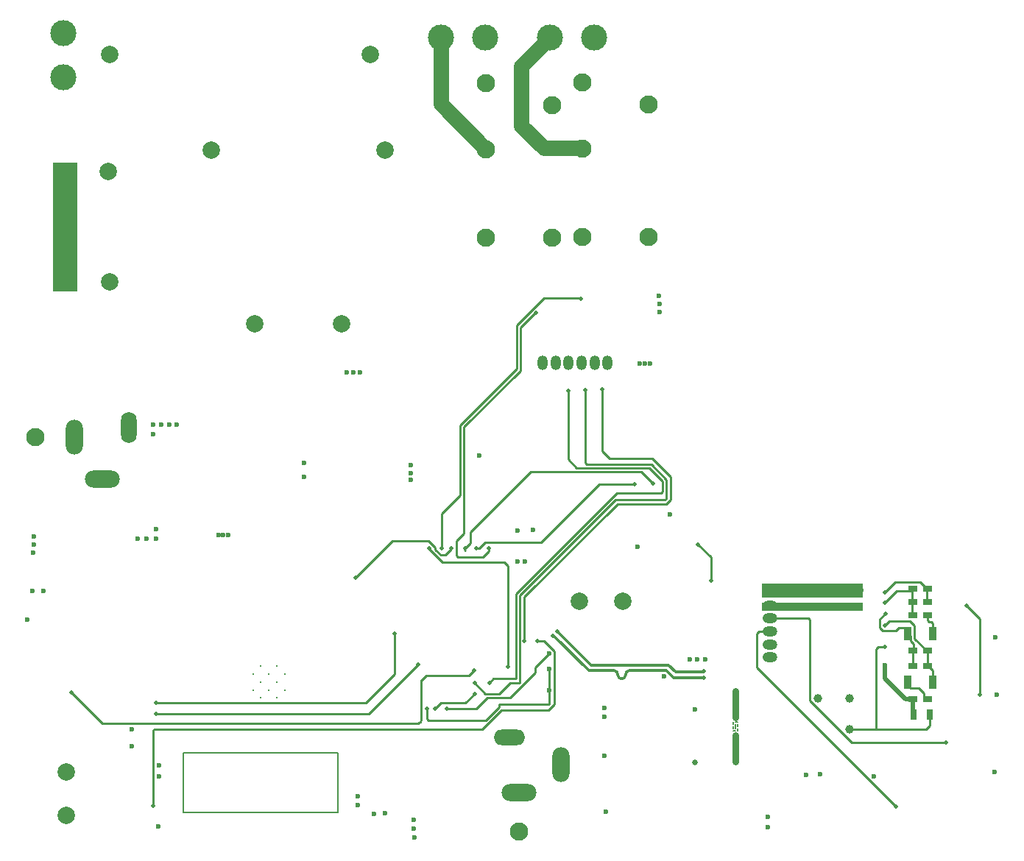
<source format=gbl>
G04*
G04 #@! TF.GenerationSoftware,Altium Limited,Altium Designer,21.6.4 (81)*
G04*
G04 Layer_Physical_Order=4*
G04 Layer_Color=16711680*
%FSLAX25Y25*%
%MOIN*%
G70*
G04*
G04 #@! TF.SameCoordinates,B0EADD32-72DF-464D-AA4A-4A4E6069522B*
G04*
G04*
G04 #@! TF.FilePolarity,Positive*
G04*
G01*
G75*
%ADD15C,0.01000*%
%ADD17C,0.00500*%
%ADD18C,0.03000*%
%ADD95C,0.08268*%
%ADD103C,0.02362*%
%ADD106C,0.02000*%
%ADD112R,0.03543X0.06299*%
%ADD113R,0.03937X0.03150*%
%ADD116R,0.05118X0.02756*%
%ADD117R,0.02756X0.05118*%
%ADD143C,0.01470*%
%ADD145C,0.07000*%
%ADD146C,0.01181*%
%ADD147C,0.11811*%
%ADD148C,0.03937*%
%ADD149O,0.06693X0.04724*%
%ADD150C,0.07874*%
%ADD151O,0.15748X0.07874*%
%ADD152O,0.07874X0.15748*%
%ADD153O,0.14173X0.07087*%
%ADD154O,0.04724X0.06693*%
%ADD155O,0.07087X0.14173*%
%ADD156C,0.01968*%
%ADD157C,0.02579*%
G36*
X19000Y312525D02*
X29810D01*
Y254075D01*
X19000D01*
Y312525D01*
D02*
G37*
G36*
X339970Y113230D02*
Y109490D01*
X385530D01*
Y113230D01*
X339970D01*
D02*
G37*
G36*
X340010Y121790D02*
Y115400D01*
X385520D01*
Y117370D01*
Y121790D01*
X340010D01*
D02*
G37*
D15*
X184620Y58600D02*
G03*
X185620Y59615I-0J1000D01*
G01*
X185536Y65265D02*
G03*
X185536Y65217I2184J-15D01*
G01*
X185913Y78087D02*
G03*
X185620Y77387I707J-707D01*
G01*
X188190Y60486D02*
X188776Y59900D01*
X214796D01*
X188190Y60486D02*
Y65220D01*
X41100Y58600D02*
X184620D01*
X185536Y65217D02*
X185620Y59615D01*
X185536Y65265D02*
X185620Y77387D01*
X185913Y78087D02*
X187850Y80024D01*
X64300Y55304D02*
X64886Y55890D01*
X213190D01*
X64300Y21100D02*
Y55304D01*
X213190Y55890D02*
X221740Y64440D01*
X243214D02*
X246031Y67257D01*
X241297Y95860D02*
X246031Y91126D01*
X238160Y95860D02*
X241297D01*
X246031Y67257D02*
Y91126D01*
X221740Y64440D02*
X243214D01*
X215380Y70180D02*
X225854D01*
X230180Y116506D02*
X273434Y159760D01*
X237092Y83762D02*
X243560Y90230D01*
X225754Y76910D02*
X230180D01*
Y116506D01*
X237092Y81418D02*
Y83762D01*
X225854Y70180D02*
X237092Y81418D01*
X361540Y68825D02*
Y105424D01*
X343550Y106010D02*
X360954D01*
X361540Y68825D02*
X380585Y49780D01*
X360954Y106010D02*
X361540Y105424D01*
X392560Y93090D02*
X395540D01*
X391610Y92140D02*
X392560Y93090D01*
X391610Y55730D02*
Y92140D01*
X379640Y55630D02*
X414096D01*
X416040Y57574D02*
Y62390D01*
X414096Y55630D02*
X416040Y57574D01*
X380585Y49780D02*
X423090D01*
X338550Y100104D02*
X343550D01*
X337590Y99144D02*
X338550Y100104D01*
X337590Y83870D02*
Y99144D01*
Y83870D02*
X400700Y20760D01*
X405866Y75642D02*
X407138Y74370D01*
X410931D01*
X413325Y70375D02*
Y71976D01*
Y70375D02*
X414400Y69300D01*
X414793D01*
X405866Y75642D02*
Y77020D01*
X410931Y74370D02*
X413325Y71976D01*
X393356Y101815D02*
X394635Y100536D01*
X400576D02*
X401950Y101910D01*
X393356Y105736D02*
X395740Y108120D01*
X394635Y100536D02*
X400576D01*
X393356Y101815D02*
Y105736D01*
X397575Y104755D02*
X406989D01*
X395540Y102720D02*
X397575Y104755D01*
X401950Y101910D02*
X404595D01*
X406989Y104755D02*
X408838Y102907D01*
X405866Y99260D02*
Y100638D01*
X404595Y101910D02*
X405866Y100638D01*
X408838Y96902D02*
Y102907D01*
X395470Y113120D02*
X400825Y118475D01*
X407962Y113690D02*
Y118762D01*
X400825Y118475D02*
X407282D01*
X408357Y119550D01*
X395610Y117860D02*
X400075Y122325D01*
X411625D01*
X432670Y111880D02*
X438640Y105910D01*
Y71320D02*
Y105910D01*
X379537Y55733D02*
X379640Y55630D01*
X405866Y99260D02*
X407138Y97988D01*
Y95708D02*
Y97988D01*
X408431Y91414D02*
Y94415D01*
X407138Y95708D02*
X408431Y94415D01*
X408838Y96902D02*
X414400Y91340D01*
X414793D01*
X408356D02*
X408431Y91414D01*
X414398Y113690D02*
Y119550D01*
X414400D02*
X414793D01*
X411625Y122325D02*
X414400Y119550D01*
X350920Y110660D02*
X351040Y110540D01*
X417284Y99260D02*
Y103869D01*
X414793Y105041D02*
X415379Y104455D01*
X414793Y105041D02*
Y107530D01*
X415379Y104455D02*
X416698D01*
X417284Y103869D01*
Y77020D02*
Y82403D01*
X415187Y84500D02*
X417284Y82403D01*
X414793Y84500D02*
X415187D01*
X414793D02*
Y91340D01*
X408356Y84500D02*
Y91340D01*
X232280Y115650D02*
X274460Y157830D01*
X232280Y95724D02*
X232364Y95640D01*
X232280Y95724D02*
Y115650D01*
X228380Y117110D02*
X274060Y162790D01*
X228380Y78690D02*
Y117110D01*
X274060Y162790D02*
X294276D01*
X273434Y159760D02*
X296086D01*
X274460Y157830D02*
X296560D01*
X266070Y166690D02*
X282260D01*
X239740Y140360D02*
X266070Y166690D01*
X214420Y140360D02*
X239740D01*
X216160Y136500D02*
Y137819D01*
X191960Y137240D02*
X194514Y134686D01*
X189250Y137557D02*
X190260Y136547D01*
Y136536D02*
X195316Y131480D01*
X189250Y137557D02*
Y137820D01*
X188959Y141200D02*
X191960Y138199D01*
Y137240D02*
Y138199D01*
X190260Y136536D02*
Y136547D01*
X195316Y131480D02*
X223370D01*
X194514Y134686D02*
X196508D01*
X199300Y137557D02*
Y137740D01*
X198816Y137073D02*
X199300Y137557D01*
X198816Y136994D02*
Y137073D01*
X196508Y134686D02*
X198816Y136994D01*
X194755Y137808D02*
Y153335D01*
X210610Y137819D02*
X211879D01*
X214420Y140360D01*
X172600Y141200D02*
X188959D01*
X257330Y251215D02*
X258015D01*
X257301Y251186D02*
X257330Y251215D01*
X241136Y251186D02*
X257301D01*
X237180Y244380D02*
X237420D01*
X228800Y238850D02*
X241136Y251186D01*
X228800Y218950D02*
Y238850D01*
X230500Y237700D02*
X237180Y244380D01*
X223370Y131480D02*
X225030Y129820D01*
Y84150D02*
Y129820D01*
X160549Y67909D02*
X173530Y80890D01*
Y99046D01*
X65561Y67909D02*
X160549D01*
X65540Y67930D02*
X65561Y67909D01*
X161731Y62680D02*
X184142Y85091D01*
X65430Y62680D02*
X161731D01*
X214660Y71880D02*
X220724D01*
X225754Y76910D01*
X209740Y76800D02*
X214660Y71880D01*
X197070Y65240D02*
X210440D01*
X215380Y70180D01*
X205680Y67760D02*
X209740Y71820D01*
X191830Y65210D02*
X194380Y67760D01*
X205680D01*
X216480Y76890D02*
X218280Y78690D01*
X228380D01*
X207204Y80024D02*
X209620Y82440D01*
X187850Y80024D02*
X207204D01*
X214796Y59900D02*
X220720Y65824D01*
X243650Y67280D02*
Y73310D01*
X220720Y67280D02*
X243650D01*
X220720Y65824D02*
Y67280D01*
X260020Y176426D02*
Y209510D01*
X296086Y159760D02*
X296680Y160354D01*
X255930Y174140D02*
X289010D01*
X289714Y175840D02*
X296680Y168874D01*
X235288Y172440D02*
X285120D01*
X296680Y160354D02*
Y168874D01*
X296560Y157830D02*
X298490Y159760D01*
X260606Y175840D02*
X289714D01*
X252080Y177990D02*
X255930Y174140D01*
X260020Y176426D02*
X260606Y175840D01*
X267660Y181640D02*
X270920Y178380D01*
X267660Y181640D02*
Y209880D01*
X289010Y174140D02*
X294980Y168170D01*
X207890Y145042D02*
X235288Y172440D01*
X285120D02*
X290490Y167070D01*
X298490Y159760D02*
Y170260D01*
X270920Y178380D02*
X290370D01*
X298490Y170260D01*
X27300Y72400D02*
X41100Y58600D01*
X243560Y73310D02*
Y83080D01*
Y73310D02*
X243650D01*
X203200Y161780D02*
Y193350D01*
X194755Y153335D02*
X203200Y161780D01*
X207890Y140073D02*
Y145042D01*
X205320Y137503D02*
X207890Y140073D01*
X205320Y137280D02*
Y137503D01*
X202070Y133766D02*
X213426D01*
X201484Y134352D02*
Y141040D01*
Y134352D02*
X202070Y133766D01*
X205320Y137280D02*
X205690Y136910D01*
X155900Y124500D02*
X172600Y141200D01*
X213426Y133766D02*
X216160Y136500D01*
X204900Y144456D02*
Y192646D01*
X201484Y141040D02*
X204900Y144456D01*
X407881Y107640D02*
X407992Y107530D01*
X407881Y107640D02*
Y113610D01*
X407962Y113690D01*
X294980Y163494D02*
Y168170D01*
X294276Y162790D02*
X294980Y163494D01*
X252080Y177990D02*
Y209190D01*
X316730Y123080D02*
Y133630D01*
X310870Y139490D02*
X316730Y133630D01*
X204900Y192646D02*
X230500Y218246D01*
X203200Y193350D02*
X228800Y218950D01*
X230500Y218246D02*
Y237700D01*
D17*
X78000Y45000D02*
X148000D01*
Y18000D02*
Y45000D01*
X78000Y18000D02*
X148000D01*
X78000D02*
Y45000D01*
X328000Y56000D02*
Y57000D01*
Y58000D01*
Y59000D02*
X329000D01*
Y57000D02*
Y58000D01*
Y55000D02*
Y56000D01*
X327000Y55000D02*
X328000D01*
X327000Y56000D02*
Y57000D01*
Y58000D02*
Y59000D01*
D18*
X328000Y41000D02*
Y53000D01*
Y61000D02*
Y73000D01*
D95*
X229894Y9539D02*
D03*
X215000Y278500D02*
D03*
X245000D02*
D03*
X215000Y318500D02*
D03*
X245000Y338500D02*
D03*
X215000Y348500D02*
D03*
X258600Y278700D02*
D03*
X288600D02*
D03*
X258600Y318700D02*
D03*
X288600Y338700D02*
D03*
X258600Y348700D02*
D03*
X10784Y188000D02*
D03*
D103*
X314210Y87420D02*
D03*
X310670Y87330D02*
D03*
X307220Y87300D02*
D03*
X182320Y14760D02*
D03*
X182370Y10630D02*
D03*
X182420Y6870D02*
D03*
X10040Y135660D02*
D03*
X10120Y139540D02*
D03*
X10190Y143160D02*
D03*
X157900Y217460D02*
D03*
X154750D02*
D03*
X151780Y217400D02*
D03*
X289250Y221420D02*
D03*
X286760Y221370D02*
D03*
X284450Y221420D02*
D03*
X98310Y143850D02*
D03*
X95970D02*
D03*
X93750D02*
D03*
X65618Y146370D02*
D03*
X65620Y142252D02*
D03*
X61370D02*
D03*
X57250D02*
D03*
X156820Y21530D02*
D03*
X156750Y25390D02*
D03*
X66770Y39460D02*
D03*
X66930Y34330D02*
D03*
X211960Y179710D02*
D03*
X293680Y244690D02*
D03*
X293510Y248580D02*
D03*
X293340Y251960D02*
D03*
X283450Y138360D02*
D03*
X268640Y61400D02*
D03*
Y65440D02*
D03*
Y43880D02*
D03*
X232540Y131700D02*
D03*
X229140Y131800D02*
D03*
X66420Y11940D02*
D03*
X7100Y105310D02*
D03*
X180790Y168650D02*
D03*
Y171870D02*
D03*
Y175540D02*
D03*
X229110Y145880D02*
D03*
X236170Y146030D02*
D03*
X295550Y79730D02*
D03*
X309450Y64860D02*
D03*
X395500Y80290D02*
D03*
X395540Y84750D02*
D03*
X390700Y34350D02*
D03*
X359950Y35260D02*
D03*
X366160Y35380D02*
D03*
X384750Y118650D02*
D03*
X380470Y118580D02*
D03*
X342520Y11540D02*
D03*
Y16050D02*
D03*
X445230Y36330D02*
D03*
X384430Y111540D02*
D03*
X380720Y111500D02*
D03*
X446260Y71520D02*
D03*
X445620Y97440D02*
D03*
X269240Y18430D02*
D03*
X132400Y176300D02*
D03*
X132440Y170100D02*
D03*
X169180Y17680D02*
D03*
X164220Y17570D02*
D03*
X243560Y90230D02*
D03*
Y83080D02*
D03*
X243650Y73310D02*
D03*
X298160Y152980D02*
D03*
X54600Y48100D02*
D03*
X54500Y55800D02*
D03*
X9400Y118300D02*
D03*
X14400D02*
D03*
X64300Y189500D02*
D03*
X75000Y193900D02*
D03*
X71500D02*
D03*
X67900D02*
D03*
X64200D02*
D03*
D106*
X395540Y78648D02*
X404888Y69300D01*
X395540Y78648D02*
Y84750D01*
X404888Y69300D02*
X408357D01*
Y64174D02*
X408370Y64160D01*
X408357Y64174D02*
Y69300D01*
D112*
X405866Y99260D02*
D03*
X417284D02*
D03*
X405866Y77020D02*
D03*
X417284D02*
D03*
D113*
X414793Y91340D02*
D03*
X408356D02*
D03*
Y84500D02*
D03*
X414793D02*
D03*
X414793Y113610D02*
D03*
X408357D02*
D03*
X414793Y69300D02*
D03*
X408357D02*
D03*
X408356Y107530D02*
D03*
X414793D02*
D03*
X414793Y119550D02*
D03*
X408357D02*
D03*
D116*
X357110Y118310D02*
D03*
Y110830D02*
D03*
X365130Y110870D02*
D03*
Y118350D02*
D03*
X373660Y110800D02*
D03*
Y118280D02*
D03*
D117*
X408560Y62390D02*
D03*
X416040D02*
D03*
D143*
X279844Y82346D02*
G03*
X278109Y80611I0J-1735D01*
G01*
X274640Y80435D02*
G03*
X278109Y80435I1735J0D01*
G01*
X274640Y80611D02*
G03*
X272905Y82346I-1735J0D01*
G01*
X279844D02*
X287780D01*
X278109Y80435D02*
Y80611D01*
X274640Y80435D02*
Y80611D01*
X268700Y82346D02*
X272905D01*
X287780D02*
X296634D01*
X261389D02*
X268700D01*
X262412Y84816D02*
X297657D01*
X296634Y82346D02*
X299744Y79235D01*
X313166Y81705D02*
X313415Y81954D01*
X313550D01*
X300767Y81705D02*
X313166D01*
X247300Y100145D02*
X247549Y99896D01*
X247300Y100145D02*
Y100280D01*
X297657Y84816D02*
X300767Y81705D01*
X247549Y99678D02*
Y99896D01*
Y99678D02*
X262412Y84816D01*
X313166Y79235D02*
X313415Y78986D01*
X313550D01*
X299744Y79235D02*
X313166D01*
X245201Y98181D02*
X245554D01*
X261389Y82346D01*
D145*
X241101Y319000D02*
X258500D01*
X231000Y329100D02*
X241101Y319000D01*
X231000Y329100D02*
Y356000D01*
X244000Y369000D01*
X194500Y339000D02*
X215000Y318500D01*
X194500Y339000D02*
Y369000D01*
D146*
X113000Y84449D02*
D03*
X120224D02*
D03*
X109388Y80837D02*
D03*
X116612D02*
D03*
X123837D02*
D03*
X113000Y77224D02*
D03*
X120224D02*
D03*
X109388Y73612D02*
D03*
X116612D02*
D03*
X123837D02*
D03*
X113000Y70000D02*
D03*
X120224D02*
D03*
D147*
X214500Y369000D02*
D03*
X194500D02*
D03*
X264000D02*
D03*
X244000D02*
D03*
X23500Y371000D02*
D03*
Y351000D02*
D03*
D148*
X365363Y69907D02*
D03*
X379537D02*
D03*
Y55733D02*
D03*
D149*
X343550Y117821D02*
D03*
Y111916D02*
D03*
Y106010D02*
D03*
Y100104D02*
D03*
Y94199D02*
D03*
Y88293D02*
D03*
D150*
X44445Y361500D02*
D03*
X162555D02*
D03*
X257358Y113800D02*
D03*
X277043D02*
D03*
X24158Y308500D02*
D03*
X25000Y258500D02*
D03*
X43843Y308500D02*
D03*
X44685Y258500D02*
D03*
X25000Y36342D02*
D03*
Y16657D02*
D03*
X90445Y318240D02*
D03*
X169185D02*
D03*
X149500Y239500D02*
D03*
X110130D02*
D03*
D151*
X229894Y27256D02*
D03*
X41098Y169102D02*
D03*
D152*
X248791Y39854D02*
D03*
X28500Y188000D02*
D03*
D153*
X225563Y52059D02*
D03*
D154*
X270028Y221800D02*
D03*
X264122D02*
D03*
X258217D02*
D03*
X252311D02*
D03*
X246406D02*
D03*
X240500D02*
D03*
D155*
X53303Y192331D02*
D03*
D156*
X188190Y65220D02*
D03*
X313550Y81954D02*
D03*
X247300Y100280D02*
D03*
X313550Y78986D02*
D03*
X245201Y98181D02*
D03*
X423090Y49780D02*
D03*
X400700Y20760D02*
D03*
X395540Y93090D02*
D03*
Y102720D02*
D03*
X395740Y108120D02*
D03*
X395470Y113120D02*
D03*
X395610Y117860D02*
D03*
X438640Y71320D02*
D03*
X432670Y111880D02*
D03*
X194755Y137808D02*
D03*
X189250Y137819D02*
D03*
X237420Y244380D02*
D03*
X209740Y71820D02*
D03*
X197070Y65240D02*
D03*
X191830Y65210D02*
D03*
X232364Y95640D02*
D03*
X225030Y84150D02*
D03*
X216480Y76890D02*
D03*
X209740Y76800D02*
D03*
X209620Y82440D02*
D03*
X238160Y95860D02*
D03*
X173530Y99046D02*
D03*
X65540Y67930D02*
D03*
X65430Y62680D02*
D03*
X184142Y85091D02*
D03*
X216160Y137819D02*
D03*
X199300D02*
D03*
X205690D02*
D03*
X210610D02*
D03*
X267660Y209880D02*
D03*
X282260Y166690D02*
D03*
X290490Y167070D02*
D03*
X260020Y209510D02*
D03*
X316730Y123080D02*
D03*
X310870Y139490D02*
D03*
X252080Y209190D02*
D03*
X155900Y124500D02*
D03*
X258000Y250820D02*
D03*
X64300Y21100D02*
D03*
X27300Y72400D02*
D03*
D157*
X309660Y40930D02*
D03*
M02*

</source>
